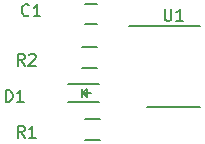
<source format=gbr>
%TF.GenerationSoftware,KiCad,Pcbnew,4.0.5+dfsg1-4*%
%TF.CreationDate,2019-06-07T17:57:55-04:00*%
%TF.ProjectId,u2f,7532662E6B696361645F706362000000,rev?*%
%TF.FileFunction,Legend,Top*%
%FSLAX46Y46*%
G04 Gerber Fmt 4.6, Leading zero omitted, Abs format (unit mm)*
G04 Created by KiCad (PCBNEW 4.0.5+dfsg1-4) date Fri Jun  7 17:57:55 2019*
%MOMM*%
%LPD*%
G01*
G04 APERTURE LIST*
%ADD10C,0.100000*%
%ADD11C,0.150000*%
G04 APERTURE END LIST*
D10*
D11*
X142867000Y-99099000D02*
X141867000Y-99099000D01*
X141867000Y-100799000D02*
X142867000Y-100799000D01*
X140386000Y-107430000D02*
X143086000Y-107430000D01*
X140386000Y-105930000D02*
X143086000Y-105930000D01*
X141886000Y-106830000D02*
X141886000Y-106580000D01*
X141886000Y-106580000D02*
X141736000Y-106730000D01*
X141636000Y-106330000D02*
X141636000Y-107030000D01*
X141986000Y-106680000D02*
X142336000Y-106680000D01*
X141636000Y-106680000D02*
X141986000Y-106330000D01*
X141986000Y-106330000D02*
X141986000Y-107030000D01*
X141986000Y-107030000D02*
X141636000Y-106680000D01*
X143094000Y-110603000D02*
X141894000Y-110603000D01*
X141894000Y-108853000D02*
X143094000Y-108853000D01*
X142840000Y-104507000D02*
X141640000Y-104507000D01*
X141640000Y-102757000D02*
X142840000Y-102757000D01*
X147127000Y-107844000D02*
X151577000Y-107844000D01*
X145602000Y-100944000D02*
X151577000Y-100944000D01*
X137120334Y-100052143D02*
X137072715Y-100099762D01*
X136929858Y-100147381D01*
X136834620Y-100147381D01*
X136691762Y-100099762D01*
X136596524Y-100004524D01*
X136548905Y-99909286D01*
X136501286Y-99718810D01*
X136501286Y-99575952D01*
X136548905Y-99385476D01*
X136596524Y-99290238D01*
X136691762Y-99195000D01*
X136834620Y-99147381D01*
X136929858Y-99147381D01*
X137072715Y-99195000D01*
X137120334Y-99242619D01*
X138072715Y-100147381D02*
X137501286Y-100147381D01*
X137787000Y-100147381D02*
X137787000Y-99147381D01*
X137691762Y-99290238D01*
X137596524Y-99385476D01*
X137501286Y-99433095D01*
X135151905Y-107386381D02*
X135151905Y-106386381D01*
X135390000Y-106386381D01*
X135532858Y-106434000D01*
X135628096Y-106529238D01*
X135675715Y-106624476D01*
X135723334Y-106814952D01*
X135723334Y-106957810D01*
X135675715Y-107148286D01*
X135628096Y-107243524D01*
X135532858Y-107338762D01*
X135390000Y-107386381D01*
X135151905Y-107386381D01*
X136675715Y-107386381D02*
X136104286Y-107386381D01*
X136390000Y-107386381D02*
X136390000Y-106386381D01*
X136294762Y-106529238D01*
X136199524Y-106624476D01*
X136104286Y-106672095D01*
X136739334Y-110434381D02*
X136406000Y-109958190D01*
X136167905Y-110434381D02*
X136167905Y-109434381D01*
X136548858Y-109434381D01*
X136644096Y-109482000D01*
X136691715Y-109529619D01*
X136739334Y-109624857D01*
X136739334Y-109767714D01*
X136691715Y-109862952D01*
X136644096Y-109910571D01*
X136548858Y-109958190D01*
X136167905Y-109958190D01*
X137691715Y-110434381D02*
X137120286Y-110434381D01*
X137406000Y-110434381D02*
X137406000Y-109434381D01*
X137310762Y-109577238D01*
X137215524Y-109672476D01*
X137120286Y-109720095D01*
X136739334Y-104338381D02*
X136406000Y-103862190D01*
X136167905Y-104338381D02*
X136167905Y-103338381D01*
X136548858Y-103338381D01*
X136644096Y-103386000D01*
X136691715Y-103433619D01*
X136739334Y-103528857D01*
X136739334Y-103671714D01*
X136691715Y-103766952D01*
X136644096Y-103814571D01*
X136548858Y-103862190D01*
X136167905Y-103862190D01*
X137120286Y-103433619D02*
X137167905Y-103386000D01*
X137263143Y-103338381D01*
X137501239Y-103338381D01*
X137596477Y-103386000D01*
X137644096Y-103433619D01*
X137691715Y-103528857D01*
X137691715Y-103624095D01*
X137644096Y-103766952D01*
X137072667Y-104338381D01*
X137691715Y-104338381D01*
X148590095Y-99546381D02*
X148590095Y-100355905D01*
X148637714Y-100451143D01*
X148685333Y-100498762D01*
X148780571Y-100546381D01*
X148971048Y-100546381D01*
X149066286Y-100498762D01*
X149113905Y-100451143D01*
X149161524Y-100355905D01*
X149161524Y-99546381D01*
X150161524Y-100546381D02*
X149590095Y-100546381D01*
X149875809Y-100546381D02*
X149875809Y-99546381D01*
X149780571Y-99689238D01*
X149685333Y-99784476D01*
X149590095Y-99832095D01*
M02*

</source>
